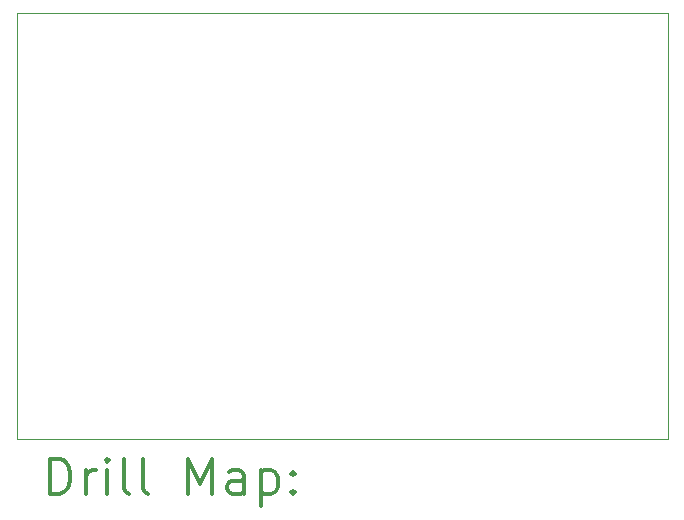
<source format=gbr>
%FSLAX45Y45*%
G04 Gerber Fmt 4.5, Leading zero omitted, Abs format (unit mm)*
G04 Created by KiCad (PCBNEW (5.1.9)-1) date 2023-05-10 20:36:40*
%MOMM*%
%LPD*%
G01*
G04 APERTURE LIST*
%TA.AperFunction,Profile*%
%ADD10C,0.050000*%
%TD*%
%ADD11C,0.200000*%
%ADD12C,0.300000*%
G04 APERTURE END LIST*
D10*
X9729500Y-11045000D02*
X9729500Y-7437000D01*
X15241500Y-11045000D02*
X9729500Y-11045000D01*
X15241500Y-7437000D02*
X15241500Y-11045000D01*
X9729500Y-7437000D02*
X15241500Y-7437000D01*
D11*
D12*
X10013428Y-11513214D02*
X10013428Y-11213214D01*
X10084857Y-11213214D01*
X10127714Y-11227500D01*
X10156286Y-11256071D01*
X10170571Y-11284643D01*
X10184857Y-11341786D01*
X10184857Y-11384643D01*
X10170571Y-11441786D01*
X10156286Y-11470357D01*
X10127714Y-11498929D01*
X10084857Y-11513214D01*
X10013428Y-11513214D01*
X10313428Y-11513214D02*
X10313428Y-11313214D01*
X10313428Y-11370357D02*
X10327714Y-11341786D01*
X10342000Y-11327500D01*
X10370571Y-11313214D01*
X10399143Y-11313214D01*
X10499143Y-11513214D02*
X10499143Y-11313214D01*
X10499143Y-11213214D02*
X10484857Y-11227500D01*
X10499143Y-11241786D01*
X10513428Y-11227500D01*
X10499143Y-11213214D01*
X10499143Y-11241786D01*
X10684857Y-11513214D02*
X10656286Y-11498929D01*
X10642000Y-11470357D01*
X10642000Y-11213214D01*
X10842000Y-11513214D02*
X10813428Y-11498929D01*
X10799143Y-11470357D01*
X10799143Y-11213214D01*
X11184857Y-11513214D02*
X11184857Y-11213214D01*
X11284857Y-11427500D01*
X11384857Y-11213214D01*
X11384857Y-11513214D01*
X11656286Y-11513214D02*
X11656286Y-11356071D01*
X11642000Y-11327500D01*
X11613428Y-11313214D01*
X11556286Y-11313214D01*
X11527714Y-11327500D01*
X11656286Y-11498929D02*
X11627714Y-11513214D01*
X11556286Y-11513214D01*
X11527714Y-11498929D01*
X11513428Y-11470357D01*
X11513428Y-11441786D01*
X11527714Y-11413214D01*
X11556286Y-11398929D01*
X11627714Y-11398929D01*
X11656286Y-11384643D01*
X11799143Y-11313214D02*
X11799143Y-11613214D01*
X11799143Y-11327500D02*
X11827714Y-11313214D01*
X11884857Y-11313214D01*
X11913428Y-11327500D01*
X11927714Y-11341786D01*
X11942000Y-11370357D01*
X11942000Y-11456071D01*
X11927714Y-11484643D01*
X11913428Y-11498929D01*
X11884857Y-11513214D01*
X11827714Y-11513214D01*
X11799143Y-11498929D01*
X12070571Y-11484643D02*
X12084857Y-11498929D01*
X12070571Y-11513214D01*
X12056286Y-11498929D01*
X12070571Y-11484643D01*
X12070571Y-11513214D01*
X12070571Y-11327500D02*
X12084857Y-11341786D01*
X12070571Y-11356071D01*
X12056286Y-11341786D01*
X12070571Y-11327500D01*
X12070571Y-11356071D01*
M02*

</source>
